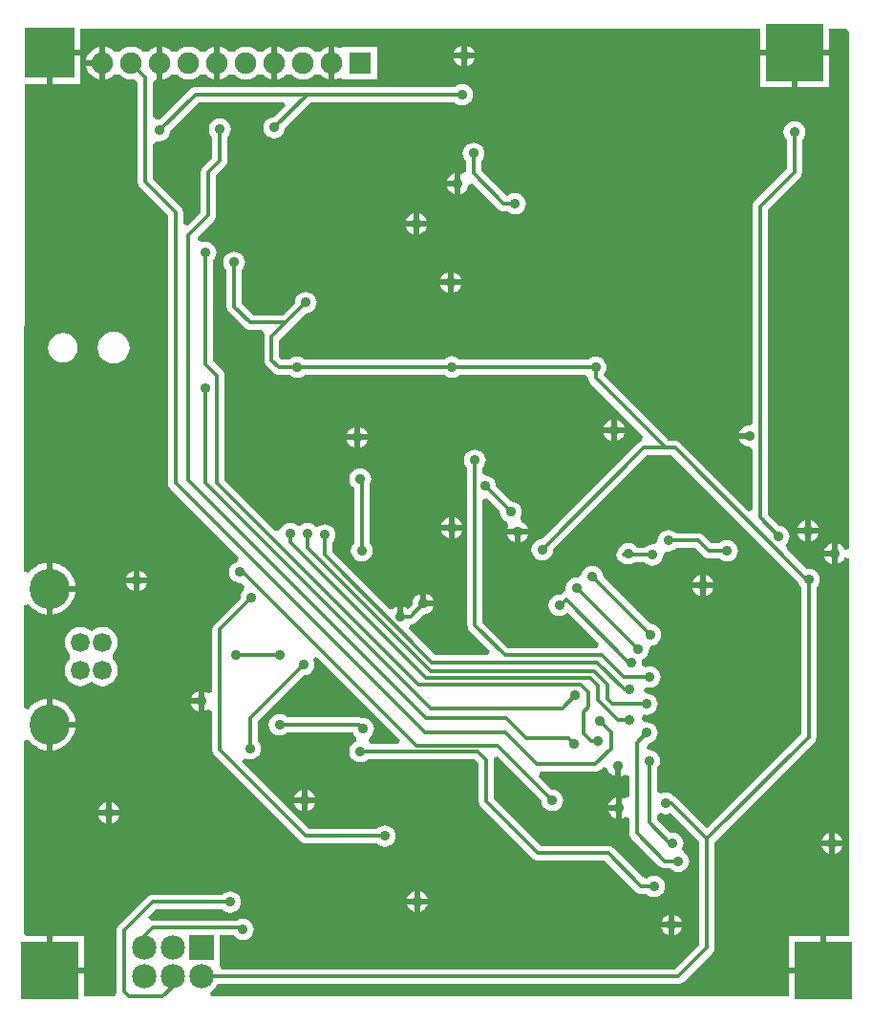
<source format=gbl>
G04 Layer_Physical_Order=2*
G04 Layer_Color=16711680*
%FSAX24Y24*%
%MOIN*%
G70*
G01*
G75*
%ADD31C,0.0120*%
%ADD33C,0.0662*%
%ADD34C,0.1410*%
%ADD35C,0.0750*%
%ADD36R,0.0750X0.0750*%
%ADD37C,0.0850*%
%ADD38R,0.0850X0.0850*%
%ADD39R,0.1750X0.1750*%
%ADD40R,0.2000X0.2000*%
%ADD41C,0.0350*%
G36*
X039400Y044241D02*
Y026215D01*
X039250Y026185D01*
X039228Y026239D01*
X039167Y026317D01*
X039089Y026378D01*
X039000Y026414D01*
Y026050D01*
Y025686D01*
X039089Y025722D01*
X039167Y025783D01*
X039228Y025861D01*
X039250Y025915D01*
X039400Y025885D01*
Y012700D01*
X038600D01*
Y011500D01*
X038500D01*
Y011400D01*
X037300D01*
Y010600D01*
X017134D01*
X017097Y010750D01*
X017149Y010778D01*
X017244Y010856D01*
X017322Y010951D01*
X017369Y011038D01*
X033450D01*
X033450Y011038D01*
X033518Y011047D01*
X033581Y011073D01*
X033635Y011115D01*
X034635Y012115D01*
X034635Y012115D01*
X034677Y012169D01*
X034703Y012232D01*
X034712Y012300D01*
X034712Y012300D01*
Y015991D01*
X038185Y019465D01*
X038185Y019465D01*
X038227Y019519D01*
X038253Y019582D01*
X038262Y019650D01*
X038262Y019650D01*
Y024879D01*
X038267Y024883D01*
X038328Y024961D01*
X038365Y025052D01*
X038378Y025150D01*
X038365Y025248D01*
X038328Y025339D01*
X038267Y025417D01*
X038189Y025478D01*
X038098Y025515D01*
X038000Y025528D01*
X037914Y025517D01*
X037228Y026203D01*
X037217Y026383D01*
X037278Y026461D01*
X037315Y026552D01*
X037328Y026650D01*
X037315Y026748D01*
X037278Y026839D01*
X037217Y026917D01*
X037139Y026978D01*
X037048Y027015D01*
X036950Y027028D01*
X036943Y027027D01*
X036562Y027409D01*
Y038041D01*
X037685Y039165D01*
X037685Y039165D01*
X037727Y039219D01*
X037753Y039282D01*
X037762Y039350D01*
Y040479D01*
X037767Y040483D01*
X037828Y040561D01*
X037865Y040652D01*
X037878Y040750D01*
X037865Y040848D01*
X037828Y040939D01*
X037767Y041017D01*
X037689Y041078D01*
X037598Y041115D01*
X037500Y041128D01*
X037402Y041115D01*
X037311Y041078D01*
X037233Y041017D01*
X037172Y040939D01*
X037135Y040848D01*
X037122Y040750D01*
X037135Y040652D01*
X037172Y040561D01*
X037233Y040483D01*
X037238Y040479D01*
Y039459D01*
X036115Y038335D01*
X036073Y038281D01*
X036047Y038218D01*
X036038Y038150D01*
X036038Y038150D01*
Y030605D01*
X035950Y030528D01*
X035852Y030515D01*
X035761Y030478D01*
X035683Y030417D01*
X035622Y030339D01*
X035586Y030250D01*
X035950D01*
Y030050D01*
X035586D01*
X035622Y029961D01*
X035683Y029883D01*
X035761Y029822D01*
X035852Y029785D01*
X035950Y029772D01*
X036038Y029695D01*
Y027589D01*
X035899Y027532D01*
X033510Y029920D01*
X033456Y029962D01*
X033393Y029988D01*
X033325Y029997D01*
X033325Y029997D01*
X033114D01*
X030832Y032279D01*
X030887Y032351D01*
X030925Y032443D01*
X030938Y032541D01*
X030925Y032638D01*
X030887Y032730D01*
X030827Y032808D01*
X030749Y032868D01*
X030657Y032906D01*
X030559Y032919D01*
X030462Y032906D01*
X030370Y032868D01*
X030310Y032822D01*
X025821D01*
X025817Y032827D01*
X025739Y032887D01*
X025648Y032925D01*
X025550Y032938D01*
X025452Y032925D01*
X025361Y032887D01*
X025283Y032827D01*
X025271Y032812D01*
X020421D01*
X020417Y032817D01*
X020339Y032878D01*
X020248Y032915D01*
X020150Y032928D01*
X020052Y032915D01*
X019961Y032878D01*
X019883Y032817D01*
X019879Y032812D01*
X019609D01*
X019517Y032904D01*
Y033496D01*
X019935Y033915D01*
X019935Y033915D01*
X020443Y034423D01*
X020450Y034422D01*
X020548Y034435D01*
X020639Y034472D01*
X020717Y034533D01*
X020778Y034611D01*
X020815Y034702D01*
X020828Y034800D01*
X020815Y034898D01*
X020778Y034989D01*
X020717Y035067D01*
X020639Y035128D01*
X020548Y035165D01*
X020450Y035178D01*
X020352Y035165D01*
X020261Y035128D01*
X020183Y035067D01*
X020122Y034989D01*
X020085Y034898D01*
X020072Y034800D01*
X020073Y034793D01*
X019641Y034362D01*
X018619D01*
X018212Y034769D01*
Y035929D01*
X018217Y035933D01*
X018278Y036011D01*
X018315Y036102D01*
X018328Y036200D01*
X018315Y036298D01*
X018278Y036389D01*
X018217Y036467D01*
X018139Y036528D01*
X018048Y036565D01*
X017950Y036578D01*
X017852Y036565D01*
X017761Y036528D01*
X017683Y036467D01*
X017622Y036389D01*
X017585Y036298D01*
X017572Y036200D01*
X017585Y036102D01*
X017622Y036011D01*
X017683Y035933D01*
X017688Y035929D01*
Y034660D01*
X017688Y034660D01*
X017697Y034592D01*
X017723Y034529D01*
X017765Y034475D01*
X018325Y033915D01*
X018325Y033915D01*
X018379Y033873D01*
X018442Y033847D01*
X018510Y033838D01*
X018510Y033838D01*
X018917D01*
X018947Y033810D01*
X019008Y033688D01*
X019002Y033673D01*
X018993Y033605D01*
X018993Y033605D01*
Y032795D01*
X018993Y032795D01*
X019002Y032727D01*
X019028Y032664D01*
X019070Y032610D01*
X019315Y032365D01*
X019315Y032365D01*
X019369Y032323D01*
X019432Y032297D01*
X019500Y032288D01*
X019879D01*
X019883Y032283D01*
X019961Y032222D01*
X020052Y032185D01*
X020150Y032172D01*
X020248Y032185D01*
X020339Y032222D01*
X020417Y032283D01*
X020421Y032288D01*
X025288D01*
X025361Y032232D01*
X025452Y032194D01*
X025550Y032181D01*
X025648Y032194D01*
X025739Y032232D01*
X025817Y032292D01*
X025821Y032297D01*
X030205D01*
X030297Y032181D01*
X030306Y032113D01*
X030332Y032049D01*
X030374Y031995D01*
X032223Y030146D01*
X032177Y029988D01*
X032114Y029962D01*
X032060Y029920D01*
X032060Y029920D01*
X028707Y026567D01*
X028700Y026568D01*
X028602Y026555D01*
X028511Y026518D01*
X028433Y026457D01*
X028372Y026379D01*
X028335Y026288D01*
X028322Y026190D01*
X028335Y026092D01*
X028372Y026001D01*
X028433Y025923D01*
X028511Y025862D01*
X028602Y025825D01*
X028700Y025812D01*
X028798Y025825D01*
X028889Y025862D01*
X028967Y025923D01*
X029028Y026001D01*
X029065Y026092D01*
X029078Y026190D01*
X029077Y026197D01*
X032354Y029473D01*
X033216D01*
X037634Y025055D01*
X037635Y025052D01*
X037672Y024961D01*
X037733Y024883D01*
X037738Y024879D01*
Y019759D01*
X034450Y016471D01*
X033395Y017525D01*
X033341Y017567D01*
X033308Y017581D01*
X033287Y017607D01*
X033209Y017668D01*
X033118Y017705D01*
X033020Y017718D01*
X032922Y017705D01*
X032831Y017668D01*
X032692Y017750D01*
Y018559D01*
X032697Y018563D01*
X032758Y018641D01*
X032795Y018732D01*
X032808Y018830D01*
X032795Y018928D01*
X032758Y019019D01*
X032697Y019097D01*
X032619Y019158D01*
X032528Y019195D01*
X032430Y019208D01*
X032412Y019206D01*
X032352Y019250D01*
X032347Y019286D01*
X032448Y019435D01*
X032539Y019472D01*
X032617Y019533D01*
X032678Y019611D01*
X032715Y019702D01*
X032728Y019800D01*
X032715Y019898D01*
X032678Y019989D01*
X032617Y020067D01*
X032539Y020128D01*
X032448Y020165D01*
X032350Y020178D01*
X032282Y020169D01*
X032168Y020269D01*
X032173Y020310D01*
X032252Y020435D01*
X032350Y020422D01*
X032448Y020435D01*
X032539Y020472D01*
X032617Y020533D01*
X032678Y020611D01*
X032715Y020702D01*
X032728Y020800D01*
X032715Y020898D01*
X032678Y020989D01*
X032617Y021067D01*
X032539Y021128D01*
X032448Y021165D01*
X032350Y021178D01*
X032337Y021177D01*
X032214Y021290D01*
X032350Y021383D01*
X032361Y021384D01*
X032450Y021372D01*
X032548Y021385D01*
X032639Y021422D01*
X032717Y021483D01*
X032778Y021561D01*
X032815Y021652D01*
X032828Y021750D01*
X032815Y021848D01*
X032778Y021939D01*
X032717Y022017D01*
X032639Y022078D01*
X032548Y022115D01*
X032450Y022128D01*
X032352Y022115D01*
X032299Y022093D01*
X032229Y022129D01*
X032207Y022148D01*
X032170Y022197D01*
X032178Y022260D01*
X032167Y022343D01*
X032239Y022372D01*
X032317Y022433D01*
X032378Y022511D01*
X032415Y022602D01*
X032428Y022700D01*
X032428Y022702D01*
X032466Y022820D01*
X032553Y022857D01*
X032573Y022860D01*
X032664Y022897D01*
X032742Y022958D01*
X032803Y023036D01*
X032840Y023127D01*
X032853Y023225D01*
X032840Y023323D01*
X032803Y023414D01*
X032742Y023492D01*
X032664Y023553D01*
X032573Y023590D01*
X032475Y023603D01*
X032468Y023602D01*
X030827Y025243D01*
X030828Y025250D01*
X030815Y025348D01*
X030778Y025439D01*
X030717Y025517D01*
X030639Y025578D01*
X030548Y025615D01*
X030450Y025628D01*
X030352Y025615D01*
X030261Y025578D01*
X030183Y025517D01*
X030122Y025439D01*
X030085Y025348D01*
X030084Y025342D01*
X030015Y025240D01*
X029924Y025225D01*
X029900Y025228D01*
X029802Y025215D01*
X029711Y025178D01*
X029633Y025117D01*
X029572Y025039D01*
X029535Y024948D01*
X029522Y024850D01*
X029523Y024840D01*
X029524Y024745D01*
X029407Y024668D01*
X029394Y024662D01*
X029342Y024623D01*
X029300Y024628D01*
X029202Y024615D01*
X029111Y024578D01*
X029033Y024517D01*
X028972Y024439D01*
X028935Y024348D01*
X028922Y024250D01*
X028935Y024152D01*
X028972Y024061D01*
X029033Y023983D01*
X029111Y023922D01*
X029202Y023885D01*
X029300Y023872D01*
X029398Y023885D01*
X029489Y023922D01*
X029567Y023983D01*
X029604Y023985D01*
X030677Y022912D01*
X030615Y022762D01*
X027509D01*
X026612Y023659D01*
Y027905D01*
X026762Y027967D01*
X027223Y027507D01*
X027222Y027500D01*
X027235Y027402D01*
X027272Y027311D01*
X027333Y027233D01*
X027411Y027172D01*
X027459Y027153D01*
X027519Y027017D01*
X027522Y026993D01*
X027519Y026981D01*
X027486Y026900D01*
X028214D01*
X028178Y026989D01*
X028117Y027067D01*
X028039Y027128D01*
X027991Y027147D01*
X027931Y027283D01*
X027928Y027307D01*
X027931Y027319D01*
X027965Y027402D01*
X027978Y027500D01*
X027965Y027598D01*
X027928Y027689D01*
X027867Y027767D01*
X027789Y027828D01*
X027698Y027865D01*
X027600Y027878D01*
X027593Y027877D01*
X027077Y028393D01*
X027078Y028400D01*
X027065Y028498D01*
X027028Y028589D01*
X026967Y028667D01*
X026889Y028728D01*
X026798Y028765D01*
X026700Y028778D01*
X026612Y028855D01*
Y029029D01*
X026617Y029033D01*
X026678Y029111D01*
X026715Y029202D01*
X026728Y029300D01*
X026715Y029398D01*
X026678Y029489D01*
X026617Y029567D01*
X026539Y029628D01*
X026448Y029665D01*
X026350Y029678D01*
X026252Y029665D01*
X026161Y029628D01*
X026083Y029567D01*
X026022Y029489D01*
X025985Y029398D01*
X025972Y029300D01*
X025985Y029202D01*
X026022Y029111D01*
X026083Y029033D01*
X026088Y029029D01*
Y023550D01*
X026088Y023550D01*
X026097Y023482D01*
X026123Y023419D01*
X026165Y023365D01*
X026878Y022651D01*
X026821Y022512D01*
X024959D01*
X024033Y023438D01*
X024095Y023588D01*
X024100D01*
X024100Y023588D01*
X024168Y023597D01*
X024231Y023623D01*
X024285Y023665D01*
X024543Y023923D01*
X024550Y023922D01*
X024648Y023935D01*
X024739Y023972D01*
X024817Y024033D01*
X024878Y024111D01*
X024914Y024200D01*
X024550D01*
Y024300D01*
X024450D01*
Y024664D01*
X024361Y024628D01*
X024283Y024567D01*
X024222Y024489D01*
X024185Y024398D01*
X024172Y024300D01*
X024173Y024293D01*
X024006Y024127D01*
X023939Y024178D01*
X023850Y024214D01*
Y023850D01*
X023650D01*
Y024214D01*
X023561Y024178D01*
X023483Y024117D01*
X023361Y024110D01*
X021362Y026109D01*
Y026429D01*
X021367Y026433D01*
X021428Y026511D01*
X021465Y026602D01*
X021478Y026700D01*
X021465Y026798D01*
X021428Y026889D01*
X021367Y026967D01*
X021289Y027028D01*
X021198Y027065D01*
X021100Y027078D01*
X021002Y027065D01*
X020911Y027028D01*
X020833Y026967D01*
X020806D01*
X020767Y027017D01*
X020689Y027078D01*
X020598Y027115D01*
X020500Y027128D01*
X020402Y027115D01*
X020311Y027078D01*
X020233Y027017D01*
X020167D01*
X020089Y027078D01*
X019998Y027115D01*
X019900Y027128D01*
X019802Y027115D01*
X019711Y027078D01*
X019633Y027017D01*
X019572Y026939D01*
X019549Y026884D01*
X019442Y026842D01*
X019382Y026839D01*
X017612Y028609D01*
Y032250D01*
X017603Y032318D01*
X017577Y032381D01*
X017535Y032435D01*
X017535Y032435D01*
X017212Y032759D01*
Y036279D01*
X017217Y036283D01*
X017278Y036361D01*
X017315Y036452D01*
X017328Y036550D01*
X017315Y036648D01*
X017278Y036739D01*
X017217Y036817D01*
X017139Y036878D01*
X017048Y036915D01*
X016950Y036928D01*
X016852Y036915D01*
X016818Y036901D01*
X016671Y036984D01*
X016659Y037088D01*
X017235Y037665D01*
X017235Y037665D01*
X017277Y037719D01*
X017303Y037782D01*
X017312Y037850D01*
Y039241D01*
X017635Y039565D01*
X017635Y039565D01*
X017677Y039619D01*
X017703Y039682D01*
X017712Y039750D01*
Y040579D01*
X017717Y040583D01*
X017778Y040661D01*
X017815Y040752D01*
X017828Y040850D01*
X017815Y040948D01*
X017778Y041039D01*
X017717Y041117D01*
X017639Y041178D01*
X017548Y041215D01*
X017450Y041228D01*
X017352Y041215D01*
X017261Y041178D01*
X017183Y041117D01*
X017122Y041039D01*
X017085Y040948D01*
X017072Y040850D01*
X017085Y040752D01*
X017122Y040661D01*
X017183Y040583D01*
X017188Y040579D01*
Y039859D01*
X016865Y039535D01*
X016823Y039481D01*
X016797Y039418D01*
X016788Y039350D01*
X016788Y039350D01*
Y037959D01*
X016312Y037483D01*
X016162Y037545D01*
Y037950D01*
X016162Y037950D01*
X016153Y038018D01*
X016127Y038081D01*
X016085Y038135D01*
X016085Y038135D01*
X015112Y039109D01*
Y040330D01*
X015249Y040432D01*
X015262Y040433D01*
X015350Y040422D01*
X015448Y040435D01*
X015539Y040472D01*
X015617Y040533D01*
X015678Y040611D01*
X015715Y040702D01*
X015728Y040800D01*
X015727Y040807D01*
X016709Y041788D01*
X019671D01*
X019728Y041649D01*
X019357Y041277D01*
X019350Y041278D01*
X019252Y041265D01*
X019161Y041228D01*
X019083Y041167D01*
X019022Y041089D01*
X018985Y040998D01*
X018972Y040900D01*
X018985Y040802D01*
X019022Y040711D01*
X019083Y040633D01*
X019161Y040572D01*
X019252Y040535D01*
X019350Y040522D01*
X019448Y040535D01*
X019539Y040572D01*
X019617Y040633D01*
X019678Y040711D01*
X019715Y040802D01*
X019728Y040900D01*
X019727Y040907D01*
X020609Y041788D01*
X025629D01*
X025633Y041783D01*
X025711Y041722D01*
X025802Y041685D01*
X025900Y041672D01*
X025998Y041685D01*
X026089Y041722D01*
X026167Y041783D01*
X026228Y041861D01*
X026265Y041952D01*
X026278Y042050D01*
X026265Y042148D01*
X026228Y042239D01*
X026167Y042317D01*
X026089Y042378D01*
X025998Y042415D01*
X025900Y042428D01*
X025802Y042415D01*
X025711Y042378D01*
X025633Y042317D01*
X025629Y042312D01*
X020500D01*
X020500Y042312D01*
X020500Y042312D01*
X016600D01*
X016600Y042312D01*
X016532Y042303D01*
X016469Y042277D01*
X016415Y042235D01*
X016415Y042235D01*
X015357Y041177D01*
X015350Y041178D01*
X015262Y041167D01*
X015249Y041168D01*
X015112Y041270D01*
Y042480D01*
X015250Y042573D01*
Y043150D01*
Y043717D01*
X015200Y043710D01*
X015060Y043652D01*
X014940Y043560D01*
X014925Y043541D01*
X014775D01*
X014760Y043560D01*
X014640Y043652D01*
X014500Y043710D01*
X014350Y043730D01*
X014200Y043710D01*
X014060Y043652D01*
X013940Y043560D01*
X013925Y043541D01*
X013775D01*
X013760Y043560D01*
X013640Y043652D01*
X013500Y043710D01*
X013450Y043717D01*
Y043150D01*
Y042583D01*
X013500Y042590D01*
X013640Y042648D01*
X013760Y042740D01*
X013775Y042759D01*
X013925D01*
X013940Y042740D01*
X014060Y042648D01*
X014200Y042590D01*
X014350Y042570D01*
X014455Y042584D01*
X014564Y042499D01*
X014588Y042465D01*
Y039000D01*
X014588Y039000D01*
X014597Y038932D01*
X014623Y038869D01*
X014665Y038815D01*
X015638Y037841D01*
Y028500D01*
X015638Y028500D01*
X015647Y028432D01*
X015673Y028369D01*
X015715Y028315D01*
X018105Y025924D01*
X018052Y025765D01*
X017961Y025728D01*
X017883Y025667D01*
X017822Y025589D01*
X017785Y025498D01*
X017772Y025400D01*
X017785Y025302D01*
X017822Y025211D01*
X017883Y025133D01*
X017961Y025072D01*
X018052Y025035D01*
X018150Y025022D01*
X018199Y025028D01*
X018304Y024922D01*
X018289Y024773D01*
X018283Y024767D01*
X018222Y024689D01*
X018185Y024598D01*
X018172Y024500D01*
X018173Y024493D01*
X017265Y023585D01*
X017223Y023531D01*
X017197Y023468D01*
X017188Y023400D01*
X017188Y023400D01*
Y021257D01*
X017140Y021222D01*
X017038Y021190D01*
X016989Y021228D01*
X016900Y021264D01*
Y020900D01*
Y020536D01*
X016989Y020572D01*
X017038Y020610D01*
X017140Y020578D01*
X017188Y020543D01*
Y019200D01*
X017188Y019200D01*
X017197Y019132D01*
X017223Y019069D01*
X017265Y019015D01*
X020265Y016015D01*
X020265Y016015D01*
X020319Y015973D01*
X020382Y015947D01*
X020450Y015938D01*
X020450Y015938D01*
X022929D01*
X022933Y015933D01*
X023011Y015872D01*
X023102Y015835D01*
X023200Y015822D01*
X023298Y015835D01*
X023389Y015872D01*
X023467Y015933D01*
X023528Y016011D01*
X023565Y016102D01*
X023578Y016200D01*
X023565Y016298D01*
X023528Y016389D01*
X023467Y016467D01*
X023389Y016528D01*
X023298Y016565D01*
X023200Y016578D01*
X023102Y016565D01*
X023011Y016528D01*
X022933Y016467D01*
X022929Y016462D01*
X020559D01*
X018210Y018810D01*
X018310Y018923D01*
X018311Y018922D01*
X018402Y018885D01*
X018500Y018872D01*
X018598Y018885D01*
X018689Y018922D01*
X018767Y018983D01*
X018828Y019061D01*
X018865Y019152D01*
X018878Y019250D01*
X018865Y019348D01*
X018828Y019439D01*
X018767Y019517D01*
X018762Y019521D01*
Y020211D01*
X020363Y021813D01*
X020370Y021812D01*
X020468Y021825D01*
X020559Y021862D01*
X020637Y021923D01*
X020698Y022001D01*
X020735Y022092D01*
X020748Y022190D01*
X020735Y022288D01*
X020698Y022379D01*
X020819Y022460D01*
X023728Y019551D01*
X023671Y019412D01*
X022718D01*
X022664Y019471D01*
X022658Y019509D01*
X022686Y019659D01*
X022717Y019683D01*
X022778Y019761D01*
X022815Y019852D01*
X022828Y019950D01*
X022815Y020048D01*
X022778Y020139D01*
X022717Y020217D01*
X022639Y020278D01*
X022548Y020315D01*
X022450Y020328D01*
X022412Y020323D01*
X022388Y020333D01*
X022320Y020342D01*
X022320Y020342D01*
X019801D01*
X019797Y020347D01*
X019719Y020408D01*
X019628Y020445D01*
X019530Y020458D01*
X019432Y020445D01*
X019341Y020408D01*
X019263Y020347D01*
X019202Y020269D01*
X019165Y020178D01*
X019152Y020080D01*
X019165Y019982D01*
X019202Y019891D01*
X019263Y019813D01*
X019341Y019752D01*
X019432Y019715D01*
X019530Y019702D01*
X019628Y019715D01*
X019719Y019752D01*
X019797Y019813D01*
X019801Y019818D01*
X022099D01*
X022122Y019761D01*
X022183Y019683D01*
X022218Y019656D01*
X022219Y019649D01*
X022204Y019508D01*
X022195Y019492D01*
X022161Y019478D01*
X022083Y019417D01*
X022022Y019339D01*
X021985Y019248D01*
X021972Y019150D01*
X021985Y019052D01*
X022022Y018961D01*
X022083Y018883D01*
X022161Y018822D01*
X022252Y018785D01*
X022350Y018772D01*
X022448Y018785D01*
X022539Y018822D01*
X022617Y018883D01*
X022621Y018888D01*
X026341D01*
X026488Y018741D01*
Y017400D01*
X026488Y017400D01*
X026497Y017332D01*
X026523Y017269D01*
X026565Y017215D01*
X028365Y015415D01*
X028365Y015415D01*
X028419Y015373D01*
X028482Y015347D01*
X028550Y015338D01*
X030891D01*
X031965Y014265D01*
X031965Y014265D01*
X032019Y014223D01*
X032082Y014197D01*
X032150Y014188D01*
X032150Y014188D01*
X032329D01*
X032333Y014183D01*
X032411Y014122D01*
X032502Y014085D01*
X032600Y014072D01*
X032698Y014085D01*
X032789Y014122D01*
X032867Y014183D01*
X032928Y014261D01*
X032965Y014352D01*
X032978Y014450D01*
X032965Y014548D01*
X032928Y014639D01*
X032867Y014717D01*
X032789Y014778D01*
X032698Y014815D01*
X032600Y014828D01*
X032502Y014815D01*
X032411Y014778D01*
X032333Y014717D01*
X032201Y014770D01*
X031185Y015785D01*
X031131Y015827D01*
X031068Y015853D01*
X031000Y015862D01*
X031000Y015862D01*
X028659D01*
X027012Y017509D01*
Y018850D01*
X027012Y018850D01*
X027004Y018913D01*
X027012Y018923D01*
X027133Y018996D01*
X028673Y017457D01*
X028672Y017450D01*
X028685Y017352D01*
X028722Y017261D01*
X028783Y017183D01*
X028861Y017122D01*
X028952Y017085D01*
X029050Y017072D01*
X029148Y017085D01*
X029239Y017122D01*
X029317Y017183D01*
X029378Y017261D01*
X029415Y017352D01*
X029428Y017450D01*
X029415Y017548D01*
X029378Y017639D01*
X029317Y017717D01*
X029239Y017778D01*
X029148Y017815D01*
X029050Y017828D01*
X029043Y017827D01*
X028583Y018288D01*
X028645Y018438D01*
X030550D01*
X030550Y018438D01*
X030618Y018447D01*
X030681Y018473D01*
X030735Y018515D01*
X030826Y018605D01*
X030985Y018552D01*
X031022Y018461D01*
X031083Y018383D01*
X031161Y018322D01*
X031250Y018286D01*
Y018650D01*
X031450D01*
Y018286D01*
X031539Y018322D01*
X031588Y018360D01*
X031690Y018328D01*
X031738Y018293D01*
Y017577D01*
X031588Y017503D01*
X031569Y017518D01*
X031480Y017554D01*
Y017190D01*
Y016826D01*
X031569Y016862D01*
X031588Y016877D01*
X031738Y016803D01*
Y016300D01*
X031738Y016300D01*
X031747Y016232D01*
X031773Y016169D01*
X031815Y016115D01*
X032785Y015145D01*
X032785Y015145D01*
X032839Y015103D01*
X032902Y015077D01*
X032970Y015068D01*
X032970Y015068D01*
X033179D01*
X033183Y015063D01*
X033261Y015002D01*
X033352Y014965D01*
X033450Y014952D01*
X033548Y014965D01*
X033639Y015002D01*
X033717Y015063D01*
X033778Y015141D01*
X033815Y015232D01*
X033828Y015330D01*
X033815Y015428D01*
X033778Y015519D01*
X033717Y015597D01*
X033639Y015658D01*
X033578Y015761D01*
X033615Y015852D01*
X033628Y015950D01*
X033615Y016048D01*
X033578Y016139D01*
X033517Y016217D01*
X033439Y016278D01*
X033348Y016315D01*
X033250Y016328D01*
X033155Y016316D01*
X032692Y016779D01*
Y016930D01*
X032831Y017012D01*
X032922Y016975D01*
X033020Y016962D01*
X033118Y016975D01*
X033179Y017000D01*
X034188Y015991D01*
Y012409D01*
X033341Y011562D01*
X017515D01*
X017425Y011675D01*
Y012738D01*
X017940D01*
X017983Y012683D01*
X018061Y012622D01*
X018152Y012585D01*
X018250Y012572D01*
X018348Y012585D01*
X018439Y012622D01*
X018517Y012683D01*
X018578Y012761D01*
X018615Y012852D01*
X018628Y012950D01*
X018615Y013048D01*
X018578Y013139D01*
X018517Y013217D01*
X018439Y013278D01*
X018348Y013315D01*
X018250Y013328D01*
X018152Y013315D01*
X018061Y013278D01*
X018041Y013262D01*
X015100D01*
X015100Y013262D01*
X015037Y013254D01*
X015027Y013262D01*
X014954Y013383D01*
X015209Y013638D01*
X017529D01*
X017533Y013633D01*
X017611Y013572D01*
X017702Y013535D01*
X017800Y013522D01*
X017898Y013535D01*
X017989Y013572D01*
X018067Y013633D01*
X018128Y013711D01*
X018165Y013802D01*
X018178Y013900D01*
X018165Y013998D01*
X018128Y014089D01*
X018067Y014167D01*
X017989Y014228D01*
X017898Y014265D01*
X017800Y014278D01*
X017702Y014265D01*
X017611Y014228D01*
X017533Y014167D01*
X017529Y014162D01*
X015100D01*
X015100Y014162D01*
X015032Y014153D01*
X014969Y014127D01*
X014915Y014085D01*
X014915Y014085D01*
X013915Y013085D01*
X013873Y013031D01*
X013847Y012968D01*
X013838Y012900D01*
X013838Y012900D01*
Y010790D01*
X013838Y010790D01*
X013843Y010750D01*
X013806Y010678D01*
X013736Y010600D01*
X012700D01*
Y011400D01*
X011500D01*
Y011500D01*
X011400D01*
Y012700D01*
X010709D01*
X010603Y012806D01*
X010613Y019514D01*
X010677Y019549D01*
X010763Y019562D01*
X010857Y019448D01*
X010995Y019335D01*
X011152Y019251D01*
X011323Y019199D01*
X011400Y019191D01*
Y020091D01*
Y020991D01*
X011323Y020983D01*
X011152Y020931D01*
X010995Y020847D01*
X010857Y020734D01*
X010765Y020622D01*
X010669Y020639D01*
X010615Y020670D01*
X010620Y024248D01*
X010641Y024261D01*
X010770Y024294D01*
X010857Y024188D01*
X010995Y024075D01*
X011152Y023991D01*
X011323Y023939D01*
X011400Y023932D01*
Y024831D01*
Y025731D01*
X011323Y025723D01*
X011152Y025671D01*
X010995Y025587D01*
X010857Y025474D01*
X010772Y025371D01*
X010632Y025409D01*
X010622Y025416D01*
X010647Y042425D01*
X011400D01*
Y043500D01*
X011500D01*
Y043600D01*
X012575D01*
Y044350D01*
X036300D01*
Y043600D01*
X038700D01*
Y044350D01*
X039300D01*
X039400Y044241D01*
D02*
G37*
%LPC*%
G36*
X012400Y024731D02*
X011600D01*
Y023932D01*
X011677Y023939D01*
X011848Y023991D01*
X012005Y024075D01*
X012143Y024188D01*
X012256Y024326D01*
X012340Y024483D01*
X012392Y024654D01*
X012400Y024731D01*
D02*
G37*
G36*
X013354Y023489D02*
X013216Y023471D01*
X013086Y023417D01*
X013076Y023409D01*
X012961Y023341D01*
X012845Y023409D01*
X012835Y023417D01*
X012706Y023471D01*
X012567Y023489D01*
X012428Y023471D01*
X012299Y023417D01*
X012188Y023332D01*
X012103Y023221D01*
X012049Y023092D01*
X012031Y022953D01*
X012049Y022815D01*
X012103Y022685D01*
X012188Y022574D01*
X012215Y022554D01*
Y022368D01*
X012188Y022348D01*
X012103Y022237D01*
X012049Y022108D01*
X012031Y021969D01*
X012049Y021830D01*
X012103Y021701D01*
X012188Y021590D01*
X012299Y021505D01*
X012428Y021452D01*
X012567Y021433D01*
X012706Y021452D01*
X012835Y021505D01*
X012845Y021513D01*
X012961Y021581D01*
X013076Y021513D01*
X013086Y021505D01*
X013216Y021452D01*
X013354Y021433D01*
X013493Y021452D01*
X013622Y021505D01*
X013733Y021590D01*
X013818Y021701D01*
X013872Y021830D01*
X013890Y021969D01*
X013872Y022108D01*
X013818Y022237D01*
X013733Y022348D01*
X013706Y022368D01*
Y022554D01*
X013733Y022574D01*
X013818Y022685D01*
X013872Y022815D01*
X013890Y022953D01*
X013872Y023092D01*
X013818Y023221D01*
X013733Y023332D01*
X013622Y023417D01*
X013493Y023471D01*
X013354Y023489D01*
D02*
G37*
G36*
X024650Y024664D02*
Y024400D01*
X024914D01*
X024878Y024489D01*
X024817Y024567D01*
X024739Y024628D01*
X024650Y024664D01*
D02*
G37*
G36*
X034674Y024840D02*
X034410D01*
Y024576D01*
X034499Y024612D01*
X034577Y024673D01*
X034638Y024751D01*
X034674Y024840D01*
D02*
G37*
G36*
X034210D02*
X033946D01*
X033982Y024751D01*
X034043Y024673D01*
X034121Y024612D01*
X034210Y024576D01*
Y024840D01*
D02*
G37*
G36*
X016700Y021264D02*
X016611Y021228D01*
X016533Y021167D01*
X016472Y021089D01*
X016436Y021000D01*
X016700D01*
Y021264D01*
D02*
G37*
G36*
X020510Y017814D02*
Y017550D01*
X020774D01*
X020738Y017639D01*
X020677Y017717D01*
X020599Y017778D01*
X020510Y017814D01*
D02*
G37*
G36*
X020310D02*
X020221Y017778D01*
X020143Y017717D01*
X020082Y017639D01*
X020046Y017550D01*
X020310D01*
Y017814D01*
D02*
G37*
G36*
X012400Y019991D02*
X011600D01*
Y019191D01*
X011677Y019199D01*
X011848Y019251D01*
X012005Y019335D01*
X012143Y019448D01*
X012256Y019586D01*
X012340Y019743D01*
X012392Y019914D01*
X012400Y019991D01*
D02*
G37*
G36*
X016700Y020800D02*
X016436D01*
X016472Y020711D01*
X016533Y020633D01*
X016611Y020572D01*
X016700Y020536D01*
Y020800D01*
D02*
G37*
G36*
X011600Y020991D02*
Y020191D01*
X012400D01*
X012392Y020268D01*
X012340Y020439D01*
X012256Y020596D01*
X012143Y020734D01*
X012005Y020847D01*
X011848Y020931D01*
X011677Y020983D01*
X011600Y020991D01*
D02*
G37*
G36*
X038800Y025950D02*
X038536D01*
X038572Y025861D01*
X038633Y025783D01*
X038711Y025722D01*
X038800Y025686D01*
Y025950D01*
D02*
G37*
G36*
X014650Y025464D02*
Y025200D01*
X014914D01*
X014878Y025289D01*
X014817Y025367D01*
X014739Y025428D01*
X014650Y025464D01*
D02*
G37*
G36*
X022350Y029028D02*
X022252Y029015D01*
X022161Y028978D01*
X022083Y028917D01*
X022022Y028839D01*
X021985Y028748D01*
X021972Y028650D01*
X021985Y028552D01*
X022022Y028461D01*
X022083Y028383D01*
X022138Y028340D01*
Y026431D01*
X022133Y026427D01*
X022072Y026349D01*
X022035Y026258D01*
X022022Y026160D01*
X022035Y026062D01*
X022072Y025971D01*
X022133Y025893D01*
X022211Y025832D01*
X022302Y025795D01*
X022400Y025782D01*
X022498Y025795D01*
X022589Y025832D01*
X022667Y025893D01*
X022728Y025971D01*
X022765Y026062D01*
X022778Y026160D01*
X022765Y026258D01*
X022728Y026349D01*
X022667Y026427D01*
X022662Y026431D01*
Y028441D01*
X022678Y028461D01*
X022715Y028552D01*
X022728Y028650D01*
X022715Y028748D01*
X022678Y028839D01*
X022617Y028917D01*
X022539Y028978D01*
X022448Y029015D01*
X022350Y029028D01*
D02*
G37*
G36*
X033100Y026878D02*
X033002Y026865D01*
X032911Y026828D01*
X032833Y026767D01*
X032772Y026689D01*
X032735Y026598D01*
X032722Y026500D01*
X032722Y026497D01*
X032704Y026465D01*
X032592Y026373D01*
X032550Y026378D01*
X032452Y026365D01*
X032361Y026328D01*
X032283Y026267D01*
X032279Y026262D01*
X032010D01*
X031967Y026317D01*
X031889Y026378D01*
X031798Y026415D01*
X031700Y026428D01*
X031602Y026415D01*
X031511Y026378D01*
X031433Y026317D01*
X031372Y026239D01*
X031335Y026148D01*
X031334Y026146D01*
X031323Y026131D01*
X031297Y026068D01*
X031288Y026000D01*
X031297Y025932D01*
X031323Y025869D01*
X031365Y025815D01*
X031419Y025773D01*
X031476Y025749D01*
X031511Y025722D01*
X031602Y025685D01*
X031700Y025672D01*
X031798Y025685D01*
X031889Y025722D01*
X031909Y025738D01*
X032279D01*
X032283Y025733D01*
X032361Y025672D01*
X032452Y025635D01*
X032550Y025622D01*
X032648Y025635D01*
X032739Y025672D01*
X032817Y025733D01*
X032878Y025811D01*
X032915Y025902D01*
X032928Y026000D01*
X032928Y026003D01*
X032946Y026035D01*
X033058Y026127D01*
X033100Y026122D01*
X033198Y026135D01*
X033289Y026172D01*
X033367Y026233D01*
X033371Y026238D01*
X034041D01*
X034315Y025965D01*
X034315Y025965D01*
X034369Y025923D01*
X034432Y025897D01*
X034500Y025888D01*
X034500Y025888D01*
X034879D01*
X034883Y025883D01*
X034961Y025822D01*
X035052Y025785D01*
X035150Y025772D01*
X035248Y025785D01*
X035339Y025822D01*
X035417Y025883D01*
X035478Y025961D01*
X035515Y026052D01*
X035528Y026150D01*
X035515Y026248D01*
X035478Y026339D01*
X035417Y026417D01*
X035339Y026478D01*
X035248Y026515D01*
X035150Y026528D01*
X035052Y026515D01*
X034961Y026478D01*
X034883Y026417D01*
X034879Y026412D01*
X034609D01*
X034335Y026685D01*
X034281Y026727D01*
X034218Y026753D01*
X034150Y026762D01*
X034150Y026762D01*
X033371D01*
X033367Y026767D01*
X033289Y026828D01*
X033198Y026865D01*
X033100Y026878D01*
D02*
G37*
G36*
X038800Y026414D02*
X038711Y026378D01*
X038633Y026317D01*
X038572Y026239D01*
X038536Y026150D01*
X038800D01*
Y026414D01*
D02*
G37*
G36*
X014450Y025464D02*
X014361Y025428D01*
X014283Y025367D01*
X014222Y025289D01*
X014186Y025200D01*
X014450D01*
Y025464D01*
D02*
G37*
G36*
X014914Y025000D02*
X014650D01*
Y024736D01*
X014739Y024772D01*
X014817Y024833D01*
X014878Y024911D01*
X014914Y025000D01*
D02*
G37*
G36*
X014450D02*
X014186D01*
X014222Y024911D01*
X014283Y024833D01*
X014361Y024772D01*
X014450Y024736D01*
Y025000D01*
D02*
G37*
G36*
X011600Y025731D02*
Y024931D01*
X012400D01*
X012392Y025009D01*
X012340Y025179D01*
X012256Y025336D01*
X012143Y025474D01*
X012005Y025587D01*
X011848Y025671D01*
X011677Y025723D01*
X011600Y025731D01*
D02*
G37*
G36*
X034410Y025304D02*
Y025040D01*
X034674D01*
X034638Y025129D01*
X034577Y025207D01*
X034499Y025268D01*
X034410Y025304D01*
D02*
G37*
G36*
X034210D02*
X034121Y025268D01*
X034043Y025207D01*
X033982Y025129D01*
X033946Y025040D01*
X034210D01*
Y025304D01*
D02*
G37*
G36*
X024694Y013830D02*
X024430D01*
Y013566D01*
X024519Y013602D01*
X024597Y013663D01*
X024658Y013741D01*
X024694Y013830D01*
D02*
G37*
G36*
X024230D02*
X023966D01*
X024002Y013741D01*
X024063Y013663D01*
X024141Y013602D01*
X024230Y013566D01*
Y013830D01*
D02*
G37*
G36*
Y014294D02*
X024141Y014258D01*
X024063Y014197D01*
X024002Y014119D01*
X023966Y014030D01*
X024230D01*
Y014294D01*
D02*
G37*
G36*
X038720Y015850D02*
X038456D01*
X038492Y015761D01*
X038553Y015683D01*
X038631Y015622D01*
X038720Y015586D01*
Y015850D01*
D02*
G37*
G36*
X024430Y014294D02*
Y014030D01*
X024694D01*
X024658Y014119D01*
X024597Y014197D01*
X024519Y014258D01*
X024430Y014294D01*
D02*
G37*
G36*
X033320Y013464D02*
Y013200D01*
X033584D01*
X033548Y013289D01*
X033487Y013367D01*
X033409Y013428D01*
X033320Y013464D01*
D02*
G37*
G36*
X038400Y012700D02*
X037300D01*
Y011600D01*
X038400D01*
Y012700D01*
D02*
G37*
G36*
X012700D02*
X011600D01*
Y011600D01*
X012700D01*
Y012700D01*
D02*
G37*
G36*
X033120Y013000D02*
X032856D01*
X032892Y012911D01*
X032953Y012833D01*
X033031Y012772D01*
X033120Y012736D01*
Y013000D01*
D02*
G37*
G36*
Y013464D02*
X033031Y013428D01*
X032953Y013367D01*
X032892Y013289D01*
X032856Y013200D01*
X033120D01*
Y013464D01*
D02*
G37*
G36*
X033584Y013000D02*
X033320D01*
Y012736D01*
X033409Y012772D01*
X033487Y012833D01*
X033548Y012911D01*
X033584Y013000D01*
D02*
G37*
G36*
X020774Y017350D02*
X020510D01*
Y017086D01*
X020599Y017122D01*
X020677Y017183D01*
X020738Y017261D01*
X020774Y017350D01*
D02*
G37*
G36*
X020310D02*
X020046D01*
X020082Y017261D01*
X020143Y017183D01*
X020221Y017122D01*
X020310Y017086D01*
Y017350D01*
D02*
G37*
G36*
X013470Y017374D02*
X013381Y017338D01*
X013303Y017277D01*
X013242Y017199D01*
X013206Y017110D01*
X013470D01*
Y017374D01*
D02*
G37*
G36*
X031280Y017554D02*
X031191Y017518D01*
X031113Y017457D01*
X031052Y017379D01*
X031016Y017290D01*
X031280D01*
Y017554D01*
D02*
G37*
G36*
X013670Y017374D02*
Y017110D01*
X013934D01*
X013898Y017199D01*
X013837Y017277D01*
X013759Y017338D01*
X013670Y017374D01*
D02*
G37*
G36*
X031280Y017090D02*
X031016D01*
X031052Y017001D01*
X031113Y016923D01*
X031191Y016862D01*
X031280Y016826D01*
Y017090D01*
D02*
G37*
G36*
X038720Y016314D02*
X038631Y016278D01*
X038553Y016217D01*
X038492Y016139D01*
X038456Y016050D01*
X038720D01*
Y016314D01*
D02*
G37*
G36*
X039184Y015850D02*
X038920D01*
Y015586D01*
X039009Y015622D01*
X039087Y015683D01*
X039148Y015761D01*
X039184Y015850D01*
D02*
G37*
G36*
X038920Y016314D02*
Y016050D01*
X039184D01*
X039148Y016139D01*
X039087Y016217D01*
X039009Y016278D01*
X038920Y016314D01*
D02*
G37*
G36*
X013934Y016910D02*
X013670D01*
Y016646D01*
X013759Y016682D01*
X013837Y016743D01*
X013898Y016821D01*
X013934Y016910D01*
D02*
G37*
G36*
X013470D02*
X013206D01*
X013242Y016821D01*
X013303Y016743D01*
X013381Y016682D01*
X013470Y016646D01*
Y016910D01*
D02*
G37*
G36*
X025650Y039314D02*
X025561Y039278D01*
X025483Y039217D01*
X025422Y039139D01*
X025386Y039050D01*
X025650D01*
Y039314D01*
D02*
G37*
G36*
Y038850D02*
X025386D01*
X025422Y038761D01*
X025483Y038683D01*
X025561Y038622D01*
X025650Y038586D01*
Y038850D01*
D02*
G37*
G36*
X026300Y040378D02*
X026202Y040365D01*
X026111Y040328D01*
X026033Y040267D01*
X025972Y040189D01*
X025935Y040098D01*
X025922Y040000D01*
X025935Y039902D01*
X025972Y039811D01*
X026033Y039733D01*
X026038Y039729D01*
Y039391D01*
X026013Y039362D01*
X025888Y039299D01*
X025850Y039314D01*
Y038950D01*
Y038586D01*
X025939Y038622D01*
X026017Y038683D01*
X026078Y038761D01*
X026115Y038852D01*
X026121Y038896D01*
X026258Y038955D01*
X026273Y038956D01*
X027165Y038065D01*
X027165Y038065D01*
X027219Y038023D01*
X027282Y037997D01*
X027350Y037988D01*
X027350Y037988D01*
X027479D01*
X027483Y037983D01*
X027561Y037922D01*
X027652Y037885D01*
X027750Y037872D01*
X027848Y037885D01*
X027939Y037922D01*
X028017Y037983D01*
X028078Y038061D01*
X028115Y038152D01*
X028128Y038250D01*
X028115Y038348D01*
X028078Y038439D01*
X028017Y038517D01*
X027939Y038578D01*
X027848Y038615D01*
X027750Y038628D01*
X027652Y038615D01*
X027561Y038578D01*
X027483Y038517D01*
X027363Y038608D01*
X026562Y039409D01*
Y039729D01*
X026567Y039733D01*
X026628Y039811D01*
X026665Y039902D01*
X026678Y040000D01*
X026665Y040098D01*
X026628Y040189D01*
X026567Y040267D01*
X026489Y040328D01*
X026398Y040365D01*
X026300Y040378D01*
D02*
G37*
G36*
X038700Y043400D02*
X037600D01*
Y042300D01*
X038700D01*
Y043400D01*
D02*
G37*
G36*
X037400D02*
X036300D01*
Y042300D01*
X037400D01*
Y043400D01*
D02*
G37*
G36*
X024400Y037914D02*
Y037650D01*
X024664D01*
X024628Y037739D01*
X024567Y037817D01*
X024489Y037878D01*
X024400Y037914D01*
D02*
G37*
G36*
X025600Y035864D02*
Y035600D01*
X025864D01*
X025828Y035689D01*
X025767Y035767D01*
X025689Y035828D01*
X025600Y035864D01*
D02*
G37*
G36*
X025400D02*
X025311Y035828D01*
X025233Y035767D01*
X025172Y035689D01*
X025136Y035600D01*
X025400D01*
Y035864D01*
D02*
G37*
G36*
X024200Y037450D02*
X023936D01*
X023972Y037361D01*
X024033Y037283D01*
X024111Y037222D01*
X024200Y037186D01*
Y037450D01*
D02*
G37*
G36*
Y037914D02*
X024111Y037878D01*
X024033Y037817D01*
X023972Y037739D01*
X023936Y037650D01*
X024200D01*
Y037914D01*
D02*
G37*
G36*
X024664Y037450D02*
X024400D01*
Y037186D01*
X024489Y037222D01*
X024567Y037283D01*
X024628Y037361D01*
X024664Y037450D01*
D02*
G37*
G36*
X016350Y043730D02*
X016200Y043710D01*
X016060Y043652D01*
X015940Y043560D01*
X015925Y043541D01*
X015775D01*
X015760Y043560D01*
X015640Y043652D01*
X015500Y043710D01*
X015450Y043717D01*
Y043150D01*
Y042583D01*
X015500Y042590D01*
X015640Y042648D01*
X015760Y042740D01*
X015775Y042759D01*
X015925D01*
X015940Y042740D01*
X016060Y042648D01*
X016200Y042590D01*
X016350Y042570D01*
X016500Y042590D01*
X016640Y042648D01*
X016760Y042740D01*
X016775Y042759D01*
X016925D01*
X016940Y042740D01*
X017060Y042648D01*
X017200Y042590D01*
X017250Y042583D01*
Y043150D01*
Y043717D01*
X017200Y043710D01*
X017060Y043652D01*
X016940Y043560D01*
X016925Y043541D01*
X016775D01*
X016760Y043560D01*
X016640Y043652D01*
X016500Y043710D01*
X016350Y043730D01*
D02*
G37*
G36*
X026080Y043764D02*
Y043500D01*
X026344D01*
X026308Y043589D01*
X026247Y043667D01*
X026169Y043728D01*
X026080Y043764D01*
D02*
G37*
G36*
X018350Y043730D02*
X018200Y043710D01*
X018060Y043652D01*
X017940Y043560D01*
X017925Y043541D01*
X017775D01*
X017760Y043560D01*
X017640Y043652D01*
X017500Y043710D01*
X017450Y043717D01*
Y043150D01*
Y042583D01*
X017500Y042590D01*
X017640Y042648D01*
X017760Y042740D01*
X017775Y042759D01*
X017925D01*
X017940Y042740D01*
X018060Y042648D01*
X018200Y042590D01*
X018350Y042570D01*
X018500Y042590D01*
X018640Y042648D01*
X018760Y042740D01*
X018775Y042759D01*
X018925D01*
X018940Y042740D01*
X019060Y042648D01*
X019200Y042590D01*
X019250Y042583D01*
Y043150D01*
Y043717D01*
X019200Y043710D01*
X019060Y043652D01*
X018940Y043560D01*
X018925Y043541D01*
X018775D01*
X018760Y043560D01*
X018640Y043652D01*
X018500Y043710D01*
X018350Y043730D01*
D02*
G37*
G36*
X021775Y043725D02*
X021649Y043667D01*
X021625Y043658D01*
X021500Y043710D01*
X021450Y043717D01*
Y043150D01*
Y042583D01*
X021500Y042590D01*
X021625Y042642D01*
X021648Y042633D01*
X021775Y042575D01*
X021775Y042575D01*
X021775Y042575D01*
X022925D01*
Y043725D01*
X021775D01*
Y043725D01*
D02*
G37*
G36*
X020350Y043730D02*
X020200Y043710D01*
X020060Y043652D01*
X019940Y043560D01*
X019925Y043541D01*
X019775D01*
X019760Y043560D01*
X019640Y043652D01*
X019500Y043710D01*
X019450Y043717D01*
Y043150D01*
Y042583D01*
X019500Y042590D01*
X019640Y042648D01*
X019760Y042740D01*
X019775Y042759D01*
X019925D01*
X019940Y042740D01*
X020060Y042648D01*
X020200Y042590D01*
X020350Y042570D01*
X020500Y042590D01*
X020640Y042648D01*
X020760Y042740D01*
X020775Y042759D01*
X020925D01*
X020940Y042740D01*
X021060Y042648D01*
X021200Y042590D01*
X021250Y042583D01*
Y043150D01*
Y043717D01*
X021200Y043710D01*
X021060Y043652D01*
X020940Y043560D01*
X020925Y043541D01*
X020775D01*
X020760Y043560D01*
X020640Y043652D01*
X020500Y043710D01*
X020350Y043730D01*
D02*
G37*
G36*
X025880Y043764D02*
X025791Y043728D01*
X025713Y043667D01*
X025652Y043589D01*
X025616Y043500D01*
X025880D01*
Y043764D01*
D02*
G37*
G36*
X013250Y043050D02*
X012783D01*
X012790Y043000D01*
X012848Y042860D01*
X012940Y042740D01*
X013060Y042648D01*
X013200Y042590D01*
X013250Y042583D01*
Y043050D01*
D02*
G37*
G36*
X012575Y043400D02*
X011600D01*
Y042425D01*
X012575D01*
Y043400D01*
D02*
G37*
G36*
X025880Y043300D02*
X025616D01*
X025652Y043211D01*
X025713Y043133D01*
X025791Y043072D01*
X025880Y043036D01*
Y043300D01*
D02*
G37*
G36*
X013250Y043717D02*
X013200Y043710D01*
X013060Y043652D01*
X012940Y043560D01*
X012848Y043440D01*
X012790Y043300D01*
X012783Y043250D01*
X013250D01*
Y043717D01*
D02*
G37*
G36*
X026344Y043300D02*
X026080D01*
Y043036D01*
X026169Y043072D01*
X026247Y043133D01*
X026308Y043211D01*
X026344Y043300D01*
D02*
G37*
G36*
X038080Y027204D02*
Y026940D01*
X038344D01*
X038308Y027029D01*
X038247Y027107D01*
X038169Y027168D01*
X038080Y027204D01*
D02*
G37*
G36*
X037880D02*
X037791Y027168D01*
X037713Y027107D01*
X037652Y027029D01*
X037616Y026940D01*
X037880D01*
Y027204D01*
D02*
G37*
G36*
X025450Y027314D02*
X025361Y027278D01*
X025283Y027217D01*
X025222Y027139D01*
X025186Y027050D01*
X025450D01*
Y027314D01*
D02*
G37*
G36*
X022150Y030000D02*
X021886D01*
X021922Y029911D01*
X021983Y029833D01*
X022061Y029772D01*
X022150Y029736D01*
Y030000D01*
D02*
G37*
G36*
X025650Y027314D02*
Y027050D01*
X025914D01*
X025878Y027139D01*
X025817Y027217D01*
X025739Y027278D01*
X025650Y027314D01*
D02*
G37*
G36*
X025914Y026850D02*
X025650D01*
Y026586D01*
X025739Y026622D01*
X025817Y026683D01*
X025878Y026761D01*
X025914Y026850D01*
D02*
G37*
G36*
X028214Y026700D02*
X027950D01*
Y026436D01*
X028039Y026472D01*
X028117Y026533D01*
X028178Y026611D01*
X028214Y026700D01*
D02*
G37*
G36*
X027750D02*
X027486D01*
X027522Y026611D01*
X027583Y026533D01*
X027661Y026472D01*
X027750Y026436D01*
Y026700D01*
D02*
G37*
G36*
X037880Y026740D02*
X037616D01*
X037652Y026651D01*
X037713Y026573D01*
X037791Y026512D01*
X037880Y026476D01*
Y026740D01*
D02*
G37*
G36*
X025450Y026850D02*
X025186D01*
X025222Y026761D01*
X025283Y026683D01*
X025361Y026622D01*
X025450Y026586D01*
Y026850D01*
D02*
G37*
G36*
X038344Y026740D02*
X038080D01*
Y026476D01*
X038169Y026512D01*
X038247Y026573D01*
X038308Y026651D01*
X038344Y026740D01*
D02*
G37*
G36*
X013740Y033787D02*
X013595Y033768D01*
X013461Y033712D01*
X013345Y033623D01*
X013256Y033508D01*
X013200Y033373D01*
X013181Y033228D01*
X013200Y033083D01*
X013256Y032948D01*
X013345Y032833D01*
X013461Y032744D01*
X013595Y032688D01*
X013740Y032669D01*
X013885Y032688D01*
X014020Y032744D01*
X014136Y032833D01*
X014224Y032948D01*
X014280Y033083D01*
X014299Y033228D01*
X014280Y033373D01*
X014224Y033508D01*
X014136Y033623D01*
X014020Y033712D01*
X013885Y033768D01*
X013740Y033787D01*
D02*
G37*
G36*
X031300Y030714D02*
Y030450D01*
X031564D01*
X031528Y030539D01*
X031467Y030617D01*
X031389Y030678D01*
X031300Y030714D01*
D02*
G37*
G36*
X011968Y033747D02*
X011834Y033730D01*
X011709Y033678D01*
X011601Y033595D01*
X011519Y033488D01*
X011467Y033362D01*
X011449Y033228D01*
X011467Y033094D01*
X011519Y032968D01*
X011601Y032861D01*
X011709Y032778D01*
X011834Y032726D01*
X011968Y032709D01*
X012103Y032726D01*
X012228Y032778D01*
X012336Y032861D01*
X012418Y032968D01*
X012470Y033094D01*
X012488Y033228D01*
X012470Y033362D01*
X012418Y033488D01*
X012336Y033595D01*
X012228Y033678D01*
X012103Y033730D01*
X011968Y033747D01*
D02*
G37*
G36*
X025864Y035400D02*
X025600D01*
Y035136D01*
X025689Y035172D01*
X025767Y035233D01*
X025828Y035311D01*
X025864Y035400D01*
D02*
G37*
G36*
X025400D02*
X025136D01*
X025172Y035311D01*
X025233Y035233D01*
X025311Y035172D01*
X025400Y035136D01*
Y035400D01*
D02*
G37*
G36*
X031100Y030714D02*
X031011Y030678D01*
X030933Y030617D01*
X030872Y030539D01*
X030836Y030450D01*
X031100D01*
Y030714D01*
D02*
G37*
G36*
Y030250D02*
X030836D01*
X030872Y030161D01*
X030933Y030083D01*
X031011Y030022D01*
X031100Y029986D01*
Y030250D01*
D02*
G37*
G36*
X022614Y030000D02*
X022350D01*
Y029736D01*
X022439Y029772D01*
X022517Y029833D01*
X022578Y029911D01*
X022614Y030000D01*
D02*
G37*
G36*
X031564Y030250D02*
X031300D01*
Y029986D01*
X031389Y030022D01*
X031467Y030083D01*
X031528Y030161D01*
X031564Y030250D01*
D02*
G37*
G36*
X022350Y030464D02*
Y030200D01*
X022614D01*
X022578Y030289D01*
X022517Y030367D01*
X022439Y030428D01*
X022350Y030464D01*
D02*
G37*
G36*
X022150D02*
X022061Y030428D01*
X021983Y030367D01*
X021922Y030289D01*
X021886Y030200D01*
X022150D01*
Y030464D01*
D02*
G37*
%LPD*%
D31*
X029300Y024210D02*
X029525Y024435D01*
X031550Y026000D02*
X032550D01*
X027350Y038250D02*
X027750D01*
X026300Y039300D02*
X027350Y038250D01*
X026300Y039300D02*
Y040000D01*
X020150Y032550D02*
X025541D01*
X025550Y032559D01*
X037500Y039350D02*
Y040750D01*
X036300Y038150D02*
X037500Y039350D01*
X036300Y027300D02*
Y038150D01*
Y027300D02*
X036950Y026650D01*
X034500Y026150D02*
X035150D01*
X034150Y026500D02*
X034500Y026150D01*
X033100Y026500D02*
X034150D01*
X030541Y032559D02*
X030559Y032541D01*
X025550Y032559D02*
X030541D01*
X024100Y023850D02*
X024550Y024300D01*
X023750Y023850D02*
X024100D01*
X034450Y016100D02*
X038000Y019650D01*
X034450Y012300D02*
Y016100D01*
X033450Y011300D02*
X034450Y012300D01*
X016800Y011300D02*
X033450D01*
X038000Y019650D02*
Y025150D01*
X032430Y016670D02*
X033150Y015950D01*
X032430Y016670D02*
Y018830D01*
X032000Y016300D02*
Y019450D01*
X032350Y019800D01*
X033150Y015950D02*
X033250D01*
X026700Y028400D02*
X027600Y027500D01*
X019500Y032550D02*
X020150D01*
X029900Y024850D02*
X032050Y022700D01*
X030450Y025250D02*
X032475Y023225D01*
X029300Y024210D02*
Y024250D01*
X021100Y026000D02*
X024850Y022250D01*
X021100Y026000D02*
Y026700D01*
X031150Y020800D02*
X032350D01*
X020500Y026250D02*
X024800Y021950D01*
X020500Y026250D02*
Y026750D01*
X019900Y026450D02*
X024650Y021700D01*
X019900Y026450D02*
Y026750D01*
X030125Y020525D02*
X030300Y020700D01*
X031350Y020250D02*
X031750D01*
X030125Y019775D02*
Y020525D01*
Y019775D02*
X030400Y019500D01*
X029400Y020650D02*
X029850Y021100D01*
X024800Y020650D02*
X029400D01*
X016950Y028500D02*
X024800Y020650D01*
X031100Y019250D02*
Y019800D01*
X028500Y018700D02*
X030550D01*
X031100Y019250D01*
X027400Y019800D02*
X028500Y018700D01*
X030700Y020200D02*
X031100Y019800D01*
X024600D02*
X027400D01*
X015900Y028500D02*
X024600Y019800D01*
X015900Y028500D02*
Y037950D01*
X024650Y020300D02*
X027450D01*
X016350Y028600D02*
X024650Y020300D01*
X016350Y028600D02*
Y037150D01*
X016950Y028500D02*
Y031800D01*
X017350Y028500D02*
Y032250D01*
X016350Y037150D02*
X017050Y037850D01*
Y039350D01*
X014350Y043150D02*
X014850Y042650D01*
Y039000D02*
Y042650D01*
Y039000D02*
X015900Y037950D01*
X017450Y039750D02*
Y040850D01*
X017050Y039350D02*
X017450Y039750D01*
X027450Y020300D02*
X028150Y019600D01*
X029600D01*
X029800Y019400D01*
X016950Y032650D02*
X017350Y032250D01*
X016950Y032650D02*
Y036550D01*
X030400Y019500D02*
X030650D01*
X018250Y025400D02*
X024300Y019350D01*
X027150D01*
X018150Y025400D02*
X018250D01*
X027150Y019350D02*
X029050Y017450D01*
X017450Y023400D02*
X018550Y024500D01*
X017450Y019200D02*
Y023400D01*
Y019200D02*
X020450Y016200D01*
X023200D01*
X022350Y019150D02*
X026450D01*
X026750Y017400D02*
Y018850D01*
X026450Y019150D02*
X026750Y018850D01*
X031000Y015600D02*
X032150Y014450D01*
X028550Y015600D02*
X031000D01*
X026750Y017400D02*
X028550Y015600D01*
X032150Y014450D02*
X032600D01*
X031550Y026000D02*
X031600Y026050D01*
X031700D01*
X015100Y013000D02*
X018200D01*
X018250Y012950D01*
X014800Y012700D02*
X015100Y013000D01*
X014800Y012300D02*
Y012700D01*
X015100Y013900D02*
X017800D01*
X014100Y012900D02*
X015100Y013900D01*
X018000Y022500D02*
X019550D01*
X026350Y023550D02*
X027400Y022500D01*
X026350Y023550D02*
Y029300D01*
X015800Y010960D02*
Y011300D01*
X015440Y010600D02*
X015800Y010960D01*
X014100Y010790D02*
X014290Y010600D01*
X014100Y010790D02*
Y012900D01*
X014290Y010600D02*
X015440D01*
X028700Y026190D02*
X032245Y029735D01*
X030559Y032181D02*
Y032541D01*
Y032181D02*
X033005Y029735D01*
X032245D02*
X033005D01*
X019255Y032795D02*
Y033605D01*
Y032795D02*
X019500Y032550D01*
X019255Y033605D02*
X019750Y034100D01*
X020450Y034800D01*
X018510Y034100D02*
X019750D01*
X017950Y034660D02*
X018510Y034100D01*
X017950Y034660D02*
Y036200D01*
X022350Y028650D02*
X022400Y028600D01*
X027400Y022500D02*
X030780D01*
X031530Y021750D01*
X032450D01*
X029525Y024435D02*
X031700Y022260D01*
X031800D01*
X030980Y020970D02*
X031150Y020800D01*
X030640Y020960D02*
X031350Y020250D01*
X024850Y022250D02*
X030620D01*
X031570Y021300D01*
X031750D01*
X024800Y021950D02*
X030520D01*
X030980Y021490D01*
Y020970D02*
Y021490D01*
X024650Y021700D02*
X030390D01*
X030640Y021450D01*
Y020960D02*
Y021450D01*
X017350Y028500D02*
X024380Y021470D01*
X030050D02*
X030300Y021220D01*
X024380Y021470D02*
X030050D01*
X030300Y020700D02*
Y021220D01*
X022400Y026160D02*
Y028600D01*
X033005Y029735D02*
X033325D01*
X037910Y025150D01*
X038000D01*
X032000Y016300D02*
X032970Y015330D01*
X033450D01*
X019530Y020080D02*
X022320D01*
X022450Y019950D01*
X033210Y017340D02*
X034450Y016100D01*
X033020Y017340D02*
X033210D01*
X018500Y019250D02*
Y020320D01*
X020370Y022190D01*
X015350Y040800D02*
X016600Y042050D01*
X019350Y040900D02*
X020500Y042050D01*
X025900D01*
X016600D02*
X020500D01*
D33*
X012567Y021969D02*
D03*
Y022953D02*
D03*
X013354D02*
D03*
Y021969D02*
D03*
D34*
X011500Y024831D02*
D03*
Y020091D02*
D03*
D35*
X013350Y043150D02*
D03*
X014350D02*
D03*
X015350D02*
D03*
X016350D02*
D03*
X017350D02*
D03*
X018350D02*
D03*
X019350D02*
D03*
X020350D02*
D03*
X021350D02*
D03*
D36*
X022350D02*
D03*
D37*
X014800Y011300D02*
D03*
Y012300D02*
D03*
X015800Y011300D02*
D03*
Y012300D02*
D03*
X016800Y011300D02*
D03*
D38*
Y012300D02*
D03*
D39*
X011500Y043500D02*
D03*
D40*
X037500D02*
D03*
X038500Y011500D02*
D03*
X011500D02*
D03*
D41*
X038820Y015950D02*
D03*
X020410Y017450D02*
D03*
X016800Y020900D02*
D03*
X013570Y017010D02*
D03*
X034310Y024940D02*
D03*
X031350Y018650D02*
D03*
X038900Y026050D02*
D03*
X036950Y026650D02*
D03*
X033100Y026500D02*
D03*
X025550Y026950D02*
D03*
X026350Y029300D02*
D03*
X020450Y034800D02*
D03*
X027850Y026800D02*
D03*
X023750Y023850D02*
D03*
X024550Y024300D02*
D03*
X025500Y035500D02*
D03*
X024300Y037550D02*
D03*
X025750Y038950D02*
D03*
X035950Y030150D02*
D03*
X031200Y030350D02*
D03*
X022250Y030100D02*
D03*
X028700Y026190D02*
D03*
X038000Y025150D02*
D03*
X030559Y032541D02*
D03*
X022350Y028650D02*
D03*
X025550Y032559D02*
D03*
X027600Y027500D02*
D03*
X026700Y028400D02*
D03*
X020150Y032550D02*
D03*
X017950Y036200D02*
D03*
X029900Y024850D02*
D03*
X030450Y025250D02*
D03*
X029300Y024250D02*
D03*
X021100Y026700D02*
D03*
X019900Y026750D02*
D03*
X020500D02*
D03*
X037500Y040750D02*
D03*
X035150Y026150D02*
D03*
X032475Y023225D02*
D03*
X032050Y022700D02*
D03*
X032450Y021750D02*
D03*
X031750Y021300D02*
D03*
X032350Y020800D02*
D03*
X031750Y020250D02*
D03*
X017450Y040850D02*
D03*
X030650Y019500D02*
D03*
X029850Y021100D02*
D03*
X030700Y020200D02*
D03*
X016950Y036550D02*
D03*
Y031800D02*
D03*
X029800Y019400D02*
D03*
X029050Y017450D02*
D03*
X018550Y024500D02*
D03*
X018150Y025400D02*
D03*
X023200Y016200D02*
D03*
X032600Y014450D02*
D03*
X031700Y026050D02*
D03*
X032550Y026000D02*
D03*
X032430Y018830D02*
D03*
X032350Y019800D02*
D03*
X033250Y015950D02*
D03*
X018250Y012950D02*
D03*
X017800Y013900D02*
D03*
X022350Y019150D02*
D03*
X022450Y019950D02*
D03*
X018500Y019250D02*
D03*
X019550Y022500D02*
D03*
X018000D02*
D03*
X015350Y040800D02*
D03*
X027750Y038250D02*
D03*
X019350Y040900D02*
D03*
X026300Y040000D02*
D03*
X037980Y026840D02*
D03*
X031380Y017190D02*
D03*
X014550Y025100D02*
D03*
X031800Y022260D02*
D03*
X022400Y026160D02*
D03*
X024330Y013930D02*
D03*
X033450Y015330D02*
D03*
X033220Y013100D02*
D03*
X019530Y020080D02*
D03*
X033020Y017340D02*
D03*
X020370Y022190D02*
D03*
X025900Y042050D02*
D03*
X025980Y043400D02*
D03*
M02*

</source>
